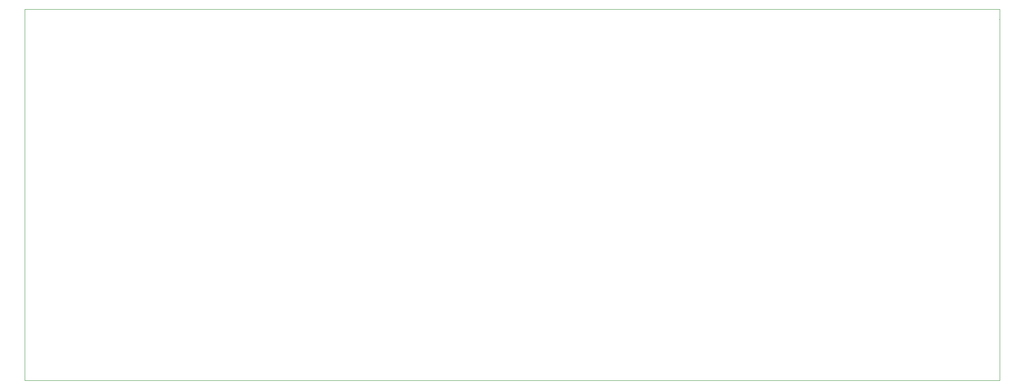
<source format=gbr>
%TF.GenerationSoftware,KiCad,Pcbnew,(7.0.0)*%
%TF.CreationDate,2023-02-18T13:29:25+00:00*%
%TF.ProjectId,testing,74657374-696e-4672-9e6b-696361645f70,rev?*%
%TF.SameCoordinates,Original*%
%TF.FileFunction,Profile,NP*%
%FSLAX46Y46*%
G04 Gerber Fmt 4.6, Leading zero omitted, Abs format (unit mm)*
G04 Created by KiCad (PCBNEW (7.0.0)) date 2023-02-18 13:29:25*
%MOMM*%
%LPD*%
G01*
G04 APERTURE LIST*
%TA.AperFunction,Profile*%
%ADD10C,0.100000*%
%TD*%
G04 APERTURE END LIST*
D10*
X59000000Y-138000000D02*
X59000000Y-63000000D01*
X256000000Y-138000000D02*
X59000000Y-138000000D01*
X256000000Y-63000000D02*
X256000000Y-138000000D01*
X255990000Y-65000000D02*
X255990000Y-65000000D01*
X59000000Y-63000000D02*
X256000000Y-63000000D01*
M02*

</source>
